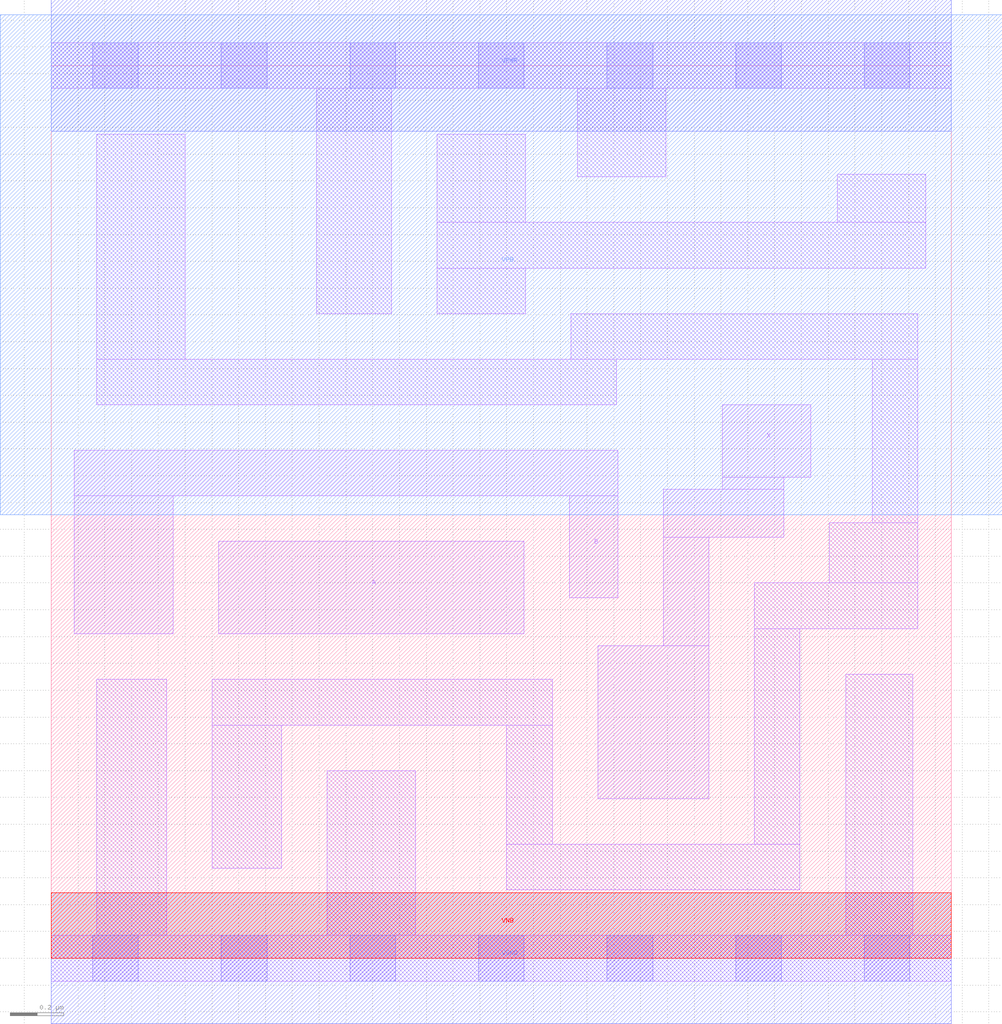
<source format=lef>
# Copyright 2020 The SkyWater PDK Authors
#
# Licensed under the Apache License, Version 2.0 (the "License");
# you may not use this file except in compliance with the License.
# You may obtain a copy of the License at
#
#     https://www.apache.org/licenses/LICENSE-2.0
#
# Unless required by applicable law or agreed to in writing, software
# distributed under the License is distributed on an "AS IS" BASIS,
# WITHOUT WARRANTIES OR CONDITIONS OF ANY KIND, either express or implied.
# See the License for the specific language governing permissions and
# limitations under the License.
#
# SPDX-License-Identifier: Apache-2.0

VERSION 5.7 ;
  NOWIREEXTENSIONATPIN ON ;
  DIVIDERCHAR "/" ;
  BUSBITCHARS "[]" ;
MACRO sky130_fd_sc_lp__xor2_1
  CLASS CORE ;
  FOREIGN sky130_fd_sc_lp__xor2_1 ;
  ORIGIN  0.000000  0.000000 ;
  SIZE  3.360000 BY  3.330000 ;
  SYMMETRY X Y R90 ;
  SITE unit ;
  PIN A
    ANTENNAGATEAREA  0.630000 ;
    DIRECTION INPUT ;
    USE SIGNAL ;
    PORT
      LAYER li1 ;
        RECT 0.625000 1.210000 1.765000 1.555000 ;
    END
  END A
  PIN B
    ANTENNAGATEAREA  0.630000 ;
    DIRECTION INPUT ;
    USE SIGNAL ;
    PORT
      LAYER li1 ;
        RECT 0.085000 1.210000 0.455000 1.725000 ;
        RECT 0.085000 1.725000 2.115000 1.895000 ;
        RECT 1.935000 1.345000 2.115000 1.725000 ;
    END
  END B
  PIN X
    ANTENNADIFFAREA  0.846300 ;
    DIRECTION OUTPUT ;
    USE SIGNAL ;
    PORT
      LAYER li1 ;
        RECT 2.040000 0.595000 2.455000 1.165000 ;
        RECT 2.285000 1.165000 2.455000 1.570000 ;
        RECT 2.285000 1.570000 2.735000 1.750000 ;
        RECT 2.505000 1.750000 2.735000 1.795000 ;
        RECT 2.505000 1.795000 2.835000 2.065000 ;
    END
  END X
  PIN VGND
    DIRECTION INOUT ;
    USE GROUND ;
    PORT
      LAYER met1 ;
        RECT 0.000000 -0.245000 3.360000 0.245000 ;
    END
  END VGND
  PIN VNB
    DIRECTION INOUT ;
    USE GROUND ;
    PORT
      LAYER pwell ;
        RECT 0.000000 0.000000 3.360000 0.245000 ;
    END
  END VNB
  PIN VPB
    DIRECTION INOUT ;
    USE POWER ;
    PORT
      LAYER nwell ;
        RECT -0.190000 1.655000 3.550000 3.520000 ;
    END
  END VPB
  PIN VPWR
    DIRECTION INOUT ;
    USE POWER ;
    PORT
      LAYER met1 ;
        RECT 0.000000 3.085000 3.360000 3.575000 ;
    END
  END VPWR
  OBS
    LAYER li1 ;
      RECT 0.000000 -0.085000 3.360000 0.085000 ;
      RECT 0.000000  3.245000 3.360000 3.415000 ;
      RECT 0.170000  0.085000 0.430000 1.040000 ;
      RECT 0.170000  2.065000 2.110000 2.235000 ;
      RECT 0.170000  2.235000 0.500000 3.075000 ;
      RECT 0.600000  0.335000 0.860000 0.870000 ;
      RECT 0.600000  0.870000 1.870000 1.040000 ;
      RECT 0.990000  2.405000 1.270000 3.245000 ;
      RECT 1.030000  0.085000 1.360000 0.700000 ;
      RECT 1.440000  2.405000 1.770000 2.575000 ;
      RECT 1.440000  2.575000 3.265000 2.745000 ;
      RECT 1.440000  2.745000 1.770000 3.075000 ;
      RECT 1.700000  0.255000 2.795000 0.425000 ;
      RECT 1.700000  0.425000 1.870000 0.870000 ;
      RECT 1.940000  2.235000 3.235000 2.405000 ;
      RECT 1.965000  2.915000 2.295000 3.245000 ;
      RECT 2.625000  0.425000 2.795000 1.230000 ;
      RECT 2.625000  1.230000 3.235000 1.400000 ;
      RECT 2.905000  1.400000 3.235000 1.625000 ;
      RECT 2.935000  2.745000 3.265000 2.925000 ;
      RECT 2.965000  0.085000 3.215000 1.060000 ;
      RECT 3.065000  1.625000 3.235000 2.235000 ;
    LAYER mcon ;
      RECT 0.155000 -0.085000 0.325000 0.085000 ;
      RECT 0.155000  3.245000 0.325000 3.415000 ;
      RECT 0.635000 -0.085000 0.805000 0.085000 ;
      RECT 0.635000  3.245000 0.805000 3.415000 ;
      RECT 1.115000 -0.085000 1.285000 0.085000 ;
      RECT 1.115000  3.245000 1.285000 3.415000 ;
      RECT 1.595000 -0.085000 1.765000 0.085000 ;
      RECT 1.595000  3.245000 1.765000 3.415000 ;
      RECT 2.075000 -0.085000 2.245000 0.085000 ;
      RECT 2.075000  3.245000 2.245000 3.415000 ;
      RECT 2.555000 -0.085000 2.725000 0.085000 ;
      RECT 2.555000  3.245000 2.725000 3.415000 ;
      RECT 3.035000 -0.085000 3.205000 0.085000 ;
      RECT 3.035000  3.245000 3.205000 3.415000 ;
  END
END sky130_fd_sc_lp__xor2_1
END LIBRARY

</source>
